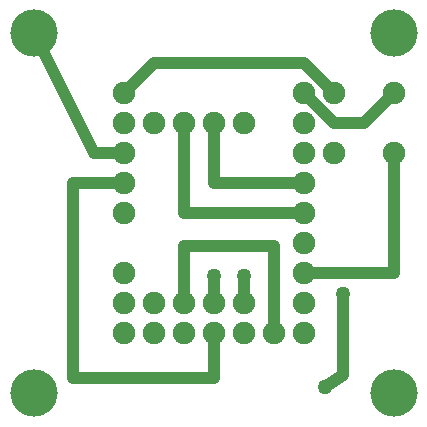
<source format=gtl>
%FSTAX24Y24*%
%MOIN*%
%IN LAYER1.GBR *%
%ADD10C,0.0390*%
%ADD11C,0.0400*%
%ADD12C,0.0500*%
%ADD13C,0.0750*%
%ADD14C,0.1575*%
D13*X008Y01D03*X004Y009D03*X005Y003D03*X008D03*X01Y011D03*Y007D03*D12*
X0113Y0043D03*D14*X013Y001D03*X001D03*D13*X006Y003D03*X01Y009D03*
X005Y004D03*D12*X008Y0049D03*D13*X013Y011D03*X011D03*X01Y01D03*
X007Y004D03*X01Y006D03*D12*X0107Y0012D03*D13*X004Y01D03*Y005D03*
X006Y01D03*X004Y004D03*Y008D03*D12*X007Y0049D03*D13*X011Y009D03*
X01Y008D03*X004Y007D03*X013Y009D03*X01Y005D03*X009Y003D03*D14*
X013Y013D03*X001D03*D13*X005Y01D03*X004Y003D03*X01Y004D03*Y003D03*
X007Y01D03*X006Y004D03*X007Y003D03*X004Y011D03*X008Y004D03*D11*
X013Y009D02*G01Y005D01*X01D01*X004Y011D02*X005Y012D01*X01D01*
X011Y011D01*X004Y009D02*X003D01*X001Y013D01*X01Y011D02*X011Y01D01*
X012D01*X013Y011D01*X009Y0033D02*Y0059D01*X006D01*Y0043D01*
X007Y0027D02*Y0015D01*X0023D01*Y008D01*X0037D01*X0097D02*X007D01*
Y0097D01*D10*X0107Y0012D02*X0113Y0016D01*Y0041D01*X008D02*Y0047D01*
X007Y0041D02*Y0047D01*X006Y0098D02*Y007D01*X0097D01*
M02*
</source>
